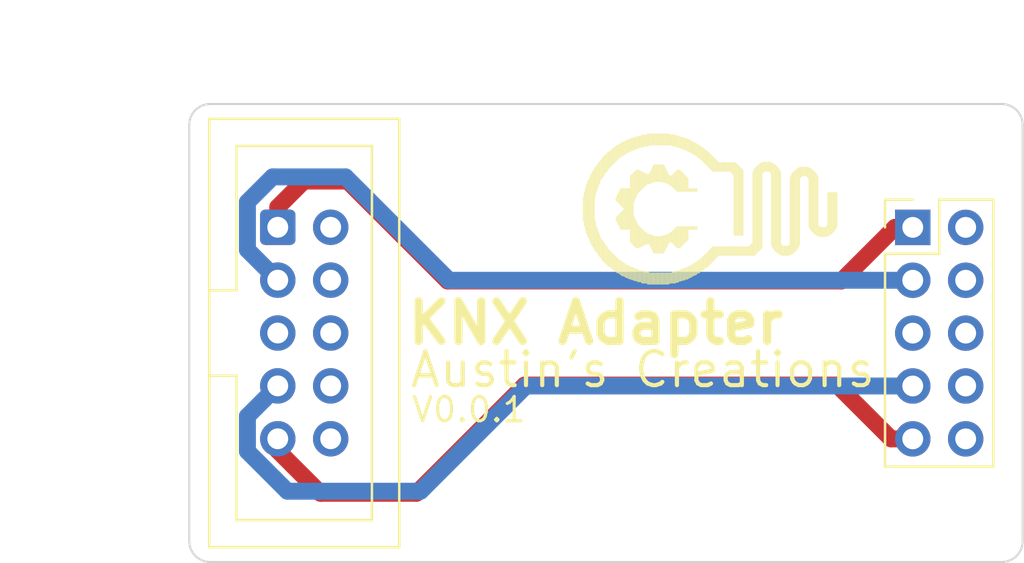
<source format=kicad_pcb>
(kicad_pcb (version 20211014) (generator pcbnew)
  (layers (0 "F.Cu" signal) (31 "B.Cu" signal) (34 "B.Paste" user) (35 "F.Paste" user) (36 "B.SilkS" user "B.Silkscreen") (37 "F.SilkS" user "F.Silkscreen") (38 "B.Mask" user) (39 "F.Mask" user) (44 "Edge.Cuts" user))
  (net 0 "")
  (net 1 "KNX GND")
  (net 3 "KNX_RX")
  (net 7 "KNX_TX")
  (net 9 "KNX_5V")
  (footprint "MountingHole:MountingHole_3.2mm_M3" (layer "F.Cu") (at 42 38)
    (fp_text reference "H1" hide)
    (fp_text value "MountingHole" hide)
    (pad "" np_thru_hole circle locked (at 0 0) (size 3.2 3.2) (drill 3.2) (layers *.Cu *.Mask))
  )
  (footprint "Connector_PinHeader_2.54mm:PinHeader_2x05_P2.54mm_Vertical" (layer "F.Cu") (at 54.725 25.925)
    (fp_text reference "J1" hide)
    (fp_text value "Conn_02x05_Odd_Even" hide)
    (pad "1" thru_hole rect locked (at 0 0) (size 1.7 1.7) (drill 1) (layers *.Cu *.Mask) (net 1 "KNX GND"))
    (pad "2" thru_hole oval locked (at 2.54 0) (size 1.7 1.7) (drill 1) (layers *.Cu *.Mask))
    (pad "3" thru_hole oval locked (at 0 2.54) (size 1.7 1.7) (drill 1) (layers *.Cu *.Mask) (net 3 "KNX_RX"))
    (pad "4" thru_hole oval locked (at 2.54 2.54) (size 1.7 1.7) (drill 1) (layers *.Cu *.Mask))
    (pad "5" thru_hole oval locked (at 0 5.08) (size 1.7 1.7) (drill 1) (layers *.Cu *.Mask))
    (pad "6" thru_hole oval locked (at 2.54 5.08) (size 1.7 1.7) (drill 1) (layers *.Cu *.Mask))
    (pad "7" thru_hole oval locked (at 0 7.62) (size 1.7 1.7) (drill 1) (layers *.Cu *.Mask) (net 7 "KNX_TX"))
    (pad "8" thru_hole oval locked (at 2.54 7.62) (size 1.7 1.7) (drill 1) (layers *.Cu *.Mask))
    (pad "9" thru_hole oval locked (at 0 10.16) (size 1.7 1.7) (drill 1) (layers *.Cu *.Mask) (net 9 "KNX_5V"))
    (pad "10" thru_hole oval locked (at 2.54 10.16) (size 1.7 1.7) (drill 1) (layers *.Cu *.Mask))
  )
  (footprint "MountingHole:MountingHole_3.2mm_M3" (layer "F.Cu") (at 34 24)
    (fp_text reference "H2" hide)
    (fp_text value "MountingHole" hide)
    (pad "" np_thru_hole circle locked (at 0 0) (size 3.2 3.2) (drill 3.2) (layers *.Cu *.Mask))
  )
  (footprint "logos:Creations logo med" (layer "F.Cu") (at 42.5471 25 90)
    (fp_text reference "LOGO1" hide)
    (fp_text value "Creations_logo_med" hide)
  )
  (footprint "Connector_IDC:IDC-Header_2x05_P2.54mm_Vertical" (layer "F.Cu") (at 24.2475 25.92)
    (fp_text reference "J2" hide)
    (fp_text value "Conn_02x05_Odd_Even" hide)
    (pad "1" thru_hole roundrect (at 0 0) (size 1.7 1.7) (drill 1) (layers *.Cu *.Mask) (roundrect_rratio 0.147059) (net 1 "KNX GND"))
    (pad "2" thru_hole circle (at 2.54 0) (size 1.7 1.7) (drill 1) (layers *.Cu *.Mask))
    (pad "3" thru_hole circle (at 0 2.54) (size 1.7 1.7) (drill 1) (layers *.Cu *.Mask) (net 3 "KNX_RX"))
    (pad "4" thru_hole circle (at 2.54 2.54) (size 1.7 1.7) (drill 1) (layers *.Cu *.Mask))
    (pad "5" thru_hole circle (at 0 5.08) (size 1.7 1.7) (drill 1) (layers *.Cu *.Mask))
    (pad "6" thru_hole circle (at 2.54 5.08) (size 1.7 1.7) (drill 1) (layers *.Cu *.Mask))
    (pad "7" thru_hole circle (at 0 7.62) (size 1.7 1.7) (drill 1) (layers *.Cu *.Mask) (net 7 "KNX_TX"))
    (pad "8" thru_hole circle (at 2.54 7.62) (size 1.7 1.7) (drill 1) (layers *.Cu *.Mask))
    (pad "9" thru_hole circle (at 0 10.16) (size 1.7 1.7) (drill 1) (layers *.Cu *.Mask) (net 9 "KNX_5V"))
    (pad "10" thru_hole circle (at 2.54 10.16) (size 1.7 1.7) (drill 1) (layers *.Cu *.Mask))
  )
  (gr_arc (start 59 20) (mid 59.707107 20.292893) (end 60 21) (layer "Edge.Cuts") (width 0.1))
  (gr_arc (start 20 21) (mid 20.292893 20.292893) (end 21 20) (layer "Edge.Cuts") (width 0.1))
  (gr_line (start 21 42) (end 59 42) (layer "Edge.Cuts") (width 0.1))
  (gr_arc (start 21 42) (mid 20.292893 41.707107) (end 20 41) (layer "Edge.Cuts") (width 0.1))
  (gr_line (start 20 21) (end 20 41) (layer "Edge.Cuts") (width 0.1))
  (gr_line (start 60 41) (end 60 21) (layer "Edge.Cuts") (width 0.1))
  (gr_arc (start 60 41) (mid 59.707107 41.707107) (end 59 42) (layer "Edge.Cuts") (width 0.1))
  (gr_line (start 59 20) (end 21 20) (layer "Edge.Cuts") (width 0.1))
  (gr_text "Austin's Creations" (at 30.5 31.8) (layer "F.SilkS") (effects (font (size 1.63576 1.63576) (thickness 0.2)) (justify left top)))
  (gr_text "KNX Adapter" (at 30.3 29.4) (layer "F.SilkS") (effects (font (size 1.909 1.909) (thickness 0.391)) (justify left top)))
  (gr_text "V0.0.1" (at 30.6 34) (layer "F.SilkS") (effects (font (size 1.1684 1.1684)) (justify left top)))
  (segment (start 27.6 23.7) (end 32.4 28.5) (width 0.8128) (layer "F.Cu") (net 1))
  (segment (start 53.875 25.925) (end 54.725 25.925) (width 0.8128) (layer "F.Cu") (net 1))
  (segment (start 51.3 28.5) (end 53.875 25.925) (width 0.8128) (layer "F.Cu") (net 1))
  (segment (start 25.5 23.7) (end 27.6 23.7) (width 0.8128) (layer "F.Cu") (net 1))
  (segment (start 24.2475 25.92) (end 24.2475 24.9525) (width 0.8128) (layer "F.Cu") (net 1))
  (segment (start 24.2475 24.9525) (end 25.5 23.7) (width 0.8128) (layer "F.Cu") (net 1))
  (segment (start 32.4 28.5) (end 51.3 28.5) (width 0.8128) (layer "F.Cu") (net 1))
  (segment (start 24.2475 28.46) (end 22.79158 27.00408) (width 0.8128) (layer "B.Cu") (net 3))
  (segment (start 22.79158 24.70842) (end 24 23.5) (width 0.8128) (layer "B.Cu") (net 3))
  (segment (start 22.79158 27.00408) (end 22.79158 24.70842) (width 0.8128) (layer "B.Cu") (net 3))
  (segment (start 24 23.5) (end 27.5 23.5) (width 0.8128) (layer "B.Cu") (net 3))
  (segment (start 32.465 28.465) (end 54.725 28.465) (width 0.8128) (layer "B.Cu") (net 3))
  (segment (start 27.5 23.5) (end 32.465 28.465) (width 0.8128) (layer "B.Cu") (net 3))
  (segment (start 24.70853 38.6) (end 31.1 38.6) (width 0.8128) (layer "B.Cu") (net 7))
  (segment (start 22.791589 36.683059) (end 24.70853 38.6) (width 0.8128) (layer "B.Cu") (net 7))
  (segment (start 36.155 33.545) (end 54.725 33.545) (width 0.8128) (layer "B.Cu") (net 7))
  (segment (start 24.2475 33.54) (end 22.791589 34.995911) (width 0.8128) (layer "B.Cu") (net 7))
  (segment (start 22.791589 34.995911) (end 22.791589 36.683059) (width 0.8128) (layer "B.Cu") (net 7))
  (segment (start 31.1 38.6) (end 36.155 33.545) (width 0.8128) (layer "B.Cu") (net 7))
  (segment (start 24.2475 36.6475) (end 26.3 38.7) (width 0.8128) (layer "F.Cu") (net 9))
  (segment (start 53.685 36.085) (end 54.725 36.085) (width 0.8128) (layer "F.Cu") (net 9))
  (segment (start 26.3 38.7) (end 30.9 38.7) (width 0.8128) (layer "F.Cu") (net 9))
  (segment (start 30.9 38.7) (end 36.1 33.5) (width 0.8128) (layer "F.Cu") (net 9))
  (segment (start 24.2475 36.08) (end 24.2475 36.6475) (width 0.8128) (layer "F.Cu") (net 9))
  (segment (start 36.1 33.5) (end 51.1 33.5) (width 0.8128) (layer "F.Cu") (net 9))
  (segment (start 51.1 33.5) (end 53.685 36.085) (width 0.8128) (layer "F.Cu") (net 9))
)
</source>
